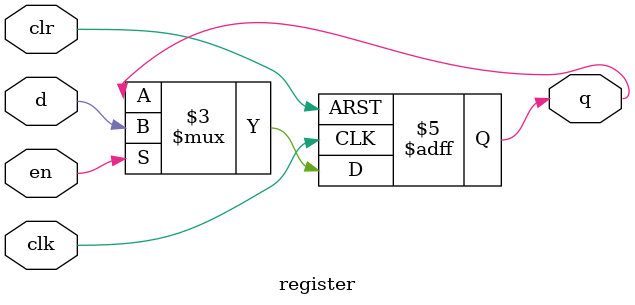
<source format=v>
module register #(parameter N = 1)(input clk, clr, en,
                                   input [N-1:0] d,
                                   output reg [N-1:0] q
    );

// solo si esta habilitado (en) puede cambiar el registro, con reset (clr) se resetea
  always @(posedge clk or posedge clr)
begin
  if(clr)
  q <= 0;
  
  else if (en)
  q <= d;
  
  else
  q <= q;
  
end 


endmodule

</source>
